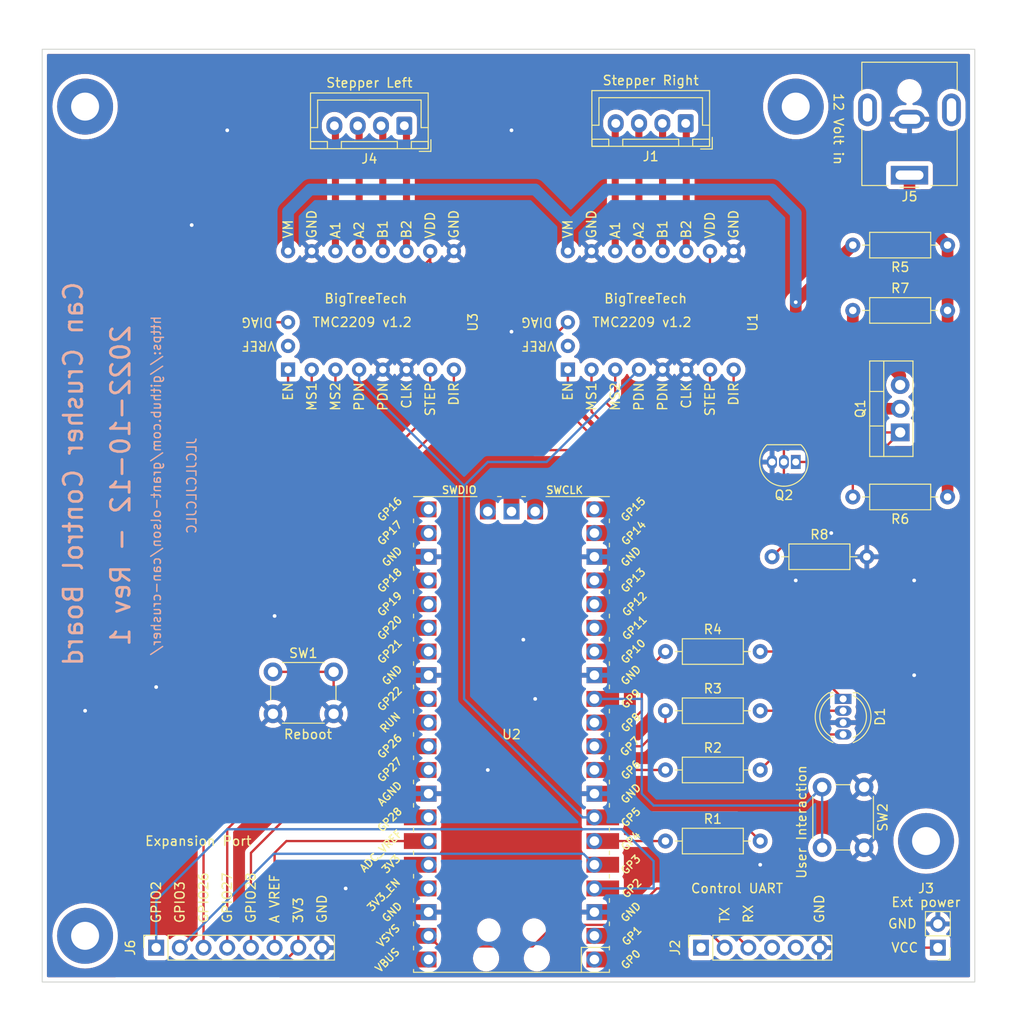
<source format=kicad_pcb>
(kicad_pcb (version 20211014) (generator pcbnew)
  (title_block (title "Can Crusher Control Board") (date "2022-10-12") (rev "1") (company "https://github.com/grant-olson/can-crusher/") (comment 1 "Missing 12 Volt to 3.3 volt buck converter.") (comment 2 "For dev units only."))
  (layers (0 "F.Cu" signal) (31 "B.Cu" signal) (34 "B.Paste" user) (35 "F.Paste" user) (36 "B.SilkS" user "B.Silkscreen") (37 "F.SilkS" user "F.Silkscreen") (38 "B.Mask" user) (39 "F.Mask" user) (44 "Edge.Cuts" user))
  (net 0 "")
  (net 1 "GND")
  (net 2 "Net-(J1-Pad1)")
  (net 3 "Net-(J1-Pad2)")
  (net 4 "Net-(J1-Pad3)")
  (net 5 "Net-(J1-Pad4)")
  (net 7 "Net-(J2-Pad2)")
  (net 8 "Net-(J2-Pad3)")
  (net 11 "VCC")
  (net 12 "Net-(J4-Pad1)")
  (net 13 "Net-(J4-Pad2)")
  (net 14 "Net-(J4-Pad3)")
  (net 15 "Net-(J4-Pad4)")
  (net 16 "+12V")
  (net 17 "Net-(J6-Pad1)")
  (net 18 "Net-(J6-Pad2)")
  (net 19 "Net-(J6-Pad3)")
  (net 20 "Net-(J6-Pad4)")
  (net 21 "Net-(J6-Pad5)")
  (net 22 "Net-(J6-Pad6)")
  (net 23 "+3.3V")
  (net 24 "Net-(D1-Pad1)")
  (net 25 "/12V_ON")
  (net 26 "Net-(Q1-Pad1)")
  (net 27 "Net-(Q2-Pad2)")
  (net 28 "Net-(R1-Pad1)")
  (net 29 "/STEP_TXRX")
  (net 30 "Net-(R2-Pad1)")
  (net 31 "Net-(R3-Pad1)")
  (net 32 "Net-(R4-Pad1)")
  (net 33 "Net-(SW1-Pad1)")
  (net 34 "Net-(SW2-Pad2)")
  (net 35 "Net-(U1-Pad1)")
  (net 36 "Net-(U1-Pad2)")
  (net 37 "Net-(U1-Pad3)")
  (net 38 "Net-(U1-Pad7)")
  (net 39 "Net-(U1-Pad8)")
  (net 40 "Net-(U1-Pad17)")
  (net 42 "Net-(U2-Pad21)")
  (net 43 "Net-(U2-Pad22)")
  (net 44 "Net-(U2-Pad24)")
  (net 45 "Net-(U2-Pad25)")
  (net 46 "Net-(U2-Pad26)")
  (net 47 "Net-(U2-Pad27)")
  (net 54 "Net-(Q1-Pad3)")
  (net 55 "Net-(D1-Pad2)")
  (net 56 "Net-(D1-Pad4)")
  (footprint "MountingHole:MountingHole_3mm_Pad" (layer "F.Cu") (at 191.77 135.89)
    (fp_text reference "REF3")
    (fp_text value "MountingHole_3mm_Pad")
  )
  (footprint "MountingHole:MountingHole_3mm_Pad" (layer "F.Cu") (at 177.8 57.15)
    (fp_text reference "REF2")
    (fp_text value "MountingHole_3mm_Pad")
  )
  (footprint "Package_TO_SOT_THT:TO-220-3_Vertical" (layer "F.Cu") (at 189 92.08 90)
    (fp_text reference "Q1")
    (fp_text value "IRF9540N")
  )
  (footprint "Resistor_THT:R_Axial_DIN0207_L6.3mm_D2.5mm_P10.16mm_Horizontal" (layer "F.Cu") (at 163.83 135.89)
    (fp_text reference "R1")
    (fp_text value "1k")
  )
  (footprint "LED_THT:LED_D5.0mm-4_RGB" (layer "F.Cu") (at 182.88 120.65 -90)
    (fp_text reference "D1")
    (fp_text value "LED_BRKG")
  )
  (footprint "Resistor_THT:R_Axial_DIN0207_L6.3mm_D2.5mm_P10.16mm_Horizontal" (layer "F.Cu") (at 194.08 72 180)
    (fp_text reference "R5")
    (fp_text value "NC")
  )
  (footprint "Connector_JST:JST_XH_B4B-XH-A_1x04_P2.50mm_Vertical" (layer "F.Cu") (at 166 58.945 180)
    (fp_text reference "J1")
    (fp_text value "Stepper Right")
  )
  (footprint "btt_tmc2209:BTT_TMC2209" (layer "F.Cu") (at 173.6825 80.27 90)
    (fp_text reference "U1")
    (fp_text value "BTT_TMC2209")
  )
  (footprint "Resistor_THT:R_Axial_DIN0207_L6.3mm_D2.5mm_P10.16mm_Horizontal" (layer "F.Cu") (at 163.83 115.57)
    (fp_text reference "R4")
    (fp_text value "220")
  )
  (footprint "Package_TO_SOT_THT:TO-92_Inline" (layer "F.Cu") (at 177.8 95.25 180)
    (fp_text reference "Q2")
    (fp_text value "BS170")
  )
  (footprint "Resistor_THT:R_Axial_DIN0207_L6.3mm_D2.5mm_P10.16mm_Horizontal" (layer "F.Cu") (at 163.83 121.92)
    (fp_text reference "R3")
    (fp_text value "220")
  )
  (footprint "Resistor_THT:R_Axial_DIN0207_L6.3mm_D2.5mm_P10.16mm_Horizontal" (layer "F.Cu") (at 183.92 79)
    (fp_text reference "R7")
    (fp_text value "0")
  )
  (footprint "Connector_PinSocket_2.54mm:PinSocket_1x06_P2.54mm_Vertical" (layer "F.Cu") (at 167.64 147.32 90)
    (fp_text reference "J2")
    (fp_text value "Control UART")
  )
  (footprint "MountingHole:MountingHole_3mm_Pad" (layer "F.Cu") (at 101.6 146.05)
    (fp_text reference "REF4")
    (fp_text value "MountingHole_3mm_Pad")
  )
  (footprint "Button_Switch_THT:SW_PUSH_6mm_H4.3mm" (layer "F.Cu") (at 185.13 130.1 -90)
    (fp_text reference "SW2")
    (fp_text value "User Interaction")
  )
  (footprint "Resistor_THT:R_Axial_DIN0207_L6.3mm_D2.5mm_P10.16mm_Horizontal" (layer "F.Cu") (at 163.83 128.27)
    (fp_text reference "R2")
    (fp_text value "220")
  )
  (footprint "Connector_PinSocket_2.54mm:PinSocket_1x08_P2.54mm_Vertical" (layer "F.Cu") (at 109.22 147.32 90)
    (fp_text reference "J6")
    (fp_text value "Expansion Port")
  )
  (footprint "RPi_Pico:RPi_Pico_SMD_TH" (layer "F.Cu") (at 147.32 124.46 180)
    (fp_text reference "U2")
    (fp_text value "Pico")
  )
  (footprint "Connector_BarrelJack:BarrelJack_CUI_PJ-063AH_Horizontal" (layer "F.Cu") (at 190 64.5 180)
    (fp_text reference "J5")
    (fp_text value "Barrel_Jack")
  )
  (footprint "MountingHole:MountingHole_3mm_Pad" (layer "F.Cu") (at 101.6 57.15)
    (fp_text reference "REF1")
    (fp_text value "MountingHole_3mm_Pad")
  )
  (footprint "Resistor_THT:R_Axial_DIN0207_L6.3mm_D2.5mm_P10.16mm_Horizontal" (layer "F.Cu") (at 194.08 99 180)
    (fp_text reference "R6")
    (fp_text value "57.6k")
  )
  (footprint "Connector_JST:JST_XH_B4B-XH-A_1x04_P2.50mm_Vertical" (layer "F.Cu") (at 135.83 59.199 180)
    (fp_text reference "J4")
    (fp_text value "Stepper Left")
  )
  (footprint "btt_tmc2209:BTT_TMC2209" (layer "F.Cu") (at 143.6825 80.27 90)
    (fp_text reference "U3")
    (fp_text value "BTT_TMC2209")
  )
  (footprint "Button_Switch_THT:SW_PUSH_6mm_H4.3mm" (layer "F.Cu") (at 121.75 117.75)
    (fp_text reference "SW1")
    (fp_text value "Reboot")
  )
  (footprint "Connector_PinHeader_2.54mm:PinHeader_1x02_P2.54mm_Vertical" (layer "F.Cu") (at 193.04 147.32 180)
    (fp_text reference "J3")
    (fp_text value "Ext power")
  )
  (footprint "Resistor_THT:R_Axial_DIN0207_L6.3mm_D2.5mm_P10.16mm_Horizontal" (layer "F.Cu") (at 175.26 105.41)
    (fp_text reference "R8")
    (fp_text value "57.6k")
  )
  (gr_rect (start 97 51) (end 197 151) (layer "Edge.Cuts") (width 0.1) (fill none))
  (gr_text "JLCJLCJLCJLC" (at 113.03 97.79 90) (layer "B.SilkS") (effects (font (size 1 1)) (justify mirror)))
  (gr_text "${COMPANY}\n" (at 109.22 97.79 90) (layer "B.SilkS") (effects (font (size 1 1)) (justify mirror)))
  (gr_text "${TITLE}\n" (at 100.33 96.52 90) (layer "B.SilkS") (effects (font (size 2 2) (thickness 0.3)) (justify mirror)))
  (gr_text "${ISSUE_DATE} - Rev ${REVISION}" (at 105.41 97.79 90) (layer "B.SilkS") (effects (font (size 2 2) (thickness 0.3)) (justify mirror)))
  (via (at 129.54 140.97) (size 0.8) (drill 0.4) (layers "F.Cu" "B.Cu") (net 1))
  (via (at 101.6 121.92) (size 0.8) (drill 0.4) (layers "F.Cu" "B.Cu") (net 1))
  (via (at 148.59 114.3) (size 0.8) (drill 0.4) (layers "F.Cu" "B.Cu") (net 1))
  (via (at 147.32 59.69) (size 0.8) (drill 0.4) (layers "F.Cu" "B.Cu") (net 1))
  (via (at 121.92 111.76) (size 0.8) (drill 0.4) (layers "F.Cu" "B.Cu") (net 1))
  (via (at 144.78 128.27) (size 0.8) (drill 0.4) (layers "F.Cu" "B.Cu") (net 1))
  (via (at 173.99 138.43) (size 0.8) (drill 0.4) (layers "F.Cu" "B.Cu") (net 1))
  (via (at 149.86 120.65) (size 0.8) (drill 0.4) (layers "F.Cu" "B.Cu") (net 1))
  (via (at 181.61 102.87) (size 0.8) (drill 0.4) (layers "F.Cu" "B.Cu") (net 1))
  (via (at 190.5 118.11) (size 0.8) (drill 0.4) (layers "F.Cu" "B.Cu") (net 1))
  (via (at 116.84 59.69) (size 0.8) (drill 0.4) (layers "F.Cu" "B.Cu") (net 1))
  (via (at 190.5 107.95) (size 0.8) (drill 0.4) (layers "F.Cu" "B.Cu") (net 1))
  (via (at 109.22 119.38) (size 0.8) (drill 0.4) (layers "F.Cu" "B.Cu") (net 1))
  (via (at 147.32 81.28) (size 0.8) (drill 0.4) (layers "F.Cu" "B.Cu") (net 1))
  (via (at 177.8 107.95) (size 0.8) (drill 0.4) (layers "F.Cu" "B.Cu") (net 1))
  (via (at 113.03 69.85) (size 0.8) (drill 0.4) (layers "F.Cu" "B.Cu") (net 1))
  (segment (start 166.0625 72.65) (end 166.0625 59.0075) (width 0.76) (layer "F.Cu") (net 2))
  (segment (start 163.5225 72.65) (end 163.5225 58.9675) (width 0.76) (layer "F.Cu") (net 3))
  (segment (start 163.5225 58.9675) (end 163.5 58.945) (width 0.25) (layer "F.Cu") (net 3))
  (segment (start 160.9825 72.65) (end 160.9825 58.9625) (width 0.76) (layer "F.Cu") (net 4))
  (segment (start 158.4425 72.65) (end 158.4425 59.0025) (width 0.76) (layer "F.Cu") (net 5))
  (segment (start 158.4425 59.0025) (end 158.5 58.945) (width 0.25) (layer "F.Cu") (net 5))
  (segment (start 161.29 148.59) (end 165.1 144.78) (width 0.25) (layer "F.Cu") (net 7))
  (segment (start 165.1 144.78) (end 167.64 144.78) (width 0.25) (layer "F.Cu") (net 7))
  (segment (start 156.21 148.59) (end 161.29 148.59) (width 0.25) (layer "F.Cu") (net 7))
  (segment (start 167.64 144.78) (end 170.18 147.32) (width 0.25) (layer "F.Cu") (net 7))
  (segment (start 167.64 142.24) (end 172.72 147.32) (width 0.25) (layer "F.Cu") (net 8))
  (segment (start 161.29 146.05) (end 165.1 142.24) (width 0.25) (layer "F.Cu") (net 8))
  (segment (start 165.1 142.24) (end 167.64 142.24) (width 0.25) (layer "F.Cu") (net 8))
  (segment (start 156.21 146.05) (end 161.29 146.05) (width 0.25) (layer "F.Cu") (net 8))
  (segment (start 149.580993 147.184999) (end 139.564999 147.184999) (width 0.25) (layer "F.Cu") (net 11))
  (segment (start 182.88 140.97) (end 162.9 140.97) (width 0.25) (layer "F.Cu") (net 11))
  (segment (start 193.04 147.32) (end 189.23 147.32) (width 0.25) (layer "F.Cu") (net 11))
  (segment (start 139.564999 147.184999) (end 138.43 146.05) (width 0.25) (layer "F.Cu") (net 11))
  (segment (start 189.23 147.32) (end 182.88 140.97) (width 0.25) (layer "F.Cu") (net 11))
  (segment (start 151.890992 144.875) (end 149.580993 147.184999) (width 0.25) (layer "F.Cu") (net 11))
  (segment (start 158.995 144.875) (end 151.890992 144.875) (width 0.25) (layer "F.Cu") (net 11))
  (segment (start 162.9 140.97) (end 158.995 144.875) (width 0.25) (layer "F.Cu") (net 11))
  (segment (start 136.0625 72.65) (end 136.0625 59.4315) (width 0.76) (layer "F.Cu") (net 12))
  (segment (start 133.5225 59.3915) (end 133.33 59.199) (width 0.25) (layer "F.Cu") (net 13))
  (segment (start 133.5225 72.65) (end 133.5225 59.3915) (width 0.76) (layer "F.Cu") (net 13))
  (segment (start 130.9825 72.65) (end 130.9825 59.3515) (width 0.76) (layer "F.Cu") (net 14))
  (segment (start 128.4425 59.3115) (end 128.33 59.199) (width 0.25) (layer "F.Cu") (net 15))
  (segment (start 128.4425 72.65) (end 128.4425 59.3115) (width 0.76) (layer "F.Cu") (net 15))
  (segment (start 194.08 72) (end 194.08 79) (width 1.25) (layer "F.Cu") (net 16))
  (segment (start 190 67.92) (end 194.08 72) (width 1.25) (layer "F.Cu") (net 16))
  (segment (start 194.08 79) (end 194.08 99) (width 1.25) (layer "F.Cu") (net 16))
  (segment (start 190 64.5) (end 190 67.92) (width 1.25) (layer "F.Cu") (net 16))
  (segment (start 162.56 138.038299) (end 159.141701 134.62) (width 0.25) (layer "B.Cu") (net 17))
  (segment (start 116.84 134.62) (end 109.22 142.24) (width 0.25) (layer "B.Cu") (net 17))
  (segment (start 109.22 142.24) (end 109.22 147.32) (width 0.25) (layer "B.Cu") (net 17))
  (segment (start 162.56 140.97) (end 162.56 138.038299) (width 0.25) (layer "B.Cu") (net 17))
  (segment (start 159.141701 134.62) (end 116.84 134.62) (width 0.25) (layer "B.Cu") (net 17))
  (segment (start 156.21 140.97) (end 162.56 140.97) (width 0.25) (layer "B.Cu") (net 17))
  (segment (start 121.825 137.255) (end 111.76 147.32) (width 0.25) (layer "B.Cu") (net 18))
  (segment (start 156.21 138.43) (end 155.035 137.255) (width 0.25) (layer "B.Cu") (net 18))
  (segment (start 155.035 137.255) (end 121.825 137.255) (width 0.25) (layer "B.Cu") (net 18))
  (segment (start 123.19 125.73) (end 114.3 134.62) (width 0.25) (layer "F.Cu") (net 19))
  (segment (start 114.3 134.62) (end 114.3 147.32) (width 0.25) (layer "F.Cu") (net 19))
  (segment (start 138.43 125.73) (end 123.19 125.73) (width 0.25) (layer "F.Cu") (net 19))
  (segment (start 116.84 134.62) (end 116.84 147.32) (width 0.25) (layer "F.Cu") (net 20))
  (segment (start 138.43 128.27) (end 123.19 128.27) (width 0.25) (layer "F.Cu") (net 20))
  (segment (start 123.19 128.27) (end 116.84 134.62) (width 0.25) (layer "F.Cu") (net 20))
  (segment (start 123.19 133.35) (end 119.38 137.16) (width 0.25) (layer "F.Cu") (net 21))
  (segment (start 138.43 133.35) (end 123.19 133.35) (width 0.25) (layer "F.Cu") (net 21))
  (segment (start 119.38 137.16) (end 119.38 147.32) (width 0.25) (layer "F.Cu") (net 21))
  (segment (start 121.92 137.16) (end 121.92 147.32) (width 0.25) (layer "F.Cu") (net 22))
  (segment (start 138.43 135.89) (end 123.19 135.89) (width 0.25) (layer "F.Cu") (net 22))
  (segment (start 123.19 135.89) (end 121.92 137.16) (width 0.25) (layer "F.Cu") (net 22))
  (segment (start 105.41 149.86) (end 105.41 132.08) (width 0.25) (layer "F.Cu") (net 23))
  (segment (start 137.16 74.93) (end 138.6025 73.4875) (width 0.25) (layer "F.Cu") (net 23))
  (segment (start 138.6025 73.8325) (end 138.6025 72.65) (width 0.25) (layer "F.Cu") (net 23))
  (segment (start 121.92 149.86) (end 105.41 149.86) (width 0.25) (layer "F.Cu") (net 23))
  (segment (start 168.6025 73.9675) (end 167.64 74.93) (width 0.25) (layer "F.Cu") (net 23))
  (segment (start 167.64 74.93) (end 139.7 74.93) (width 0.25) (layer "F.Cu") (net 23))
  (segment (start 105.41 132.08) (end 114.3 123.19) (width 0.25) (layer "F.Cu") (net 23))
  (segment (start 119.38 74.93) (end 137.16 74.93) (width 0.25) (layer "F.Cu") (net 23))
  (segment (start 138.6025 73.4875) (end 138.6025 72.65) (width 0.25) (layer "F.Cu") (net 23))
  (segment (start 139.7 74.93) (end 138.6025 73.8325) (width 0.25) (layer "F.Cu") (net 23))
  (segment (start 124.46 138.43) (end 124.46 147.32) (width 0.25) (layer "F.Cu") (net 23))
  (segment (start 114.3 80.01) (end 119.38 74.93) (width 0.25) (layer "F.Cu") (net 23))
  (segment (start 138.43 138.43) (end 124.46 138.43) (width 0.25) (layer "F.Cu") (net 23))
  (segment (start 168.6025 72.65) (end 168.6025 73.9675) (width 0.25) (layer "F.Cu") (net 23))
  (segment (start 114.3 123.19) (end 114.3 80.01) (width 0.25) (layer "F.Cu") (net 23))
  (segment (start 124.46 147.32) (end 121.92 149.86) (width 0.25) (layer "F.Cu") (net 23))
  (segment (start 173.99 115.57) (end 177.8 115.57) (width 0.25) (layer "F.Cu") (net 24))
  (segment (start 177.8 115.57) (end 182.88 120.65) (width 0.25) (layer "F.Cu") (net 24))
  (segment (start 177.8 86.36) (end 177.8 78.12) (width 1.25) (layer "F.Cu") (net 25))
  (segment (start 183.92 72) (end 177.92 78) (width 1.25) (layer "F.Cu") (net 25))
  (segment (start 189 89.54) (end 180.98 89.54) (width 1.25) (layer "F.Cu") (net 25))
  (segment (start 180.98 89.54) (end 177.8 86.36) (width 1.25) (layer "F.Cu") (net 25))
  (segment (start 177.8 78.12) (end 177.92 78) (width 1.25) (layer "F.Cu") (net 25))
  (via (at 177.8 78.12) (size 0.8) (drill 0.4) (layers "F.Cu" "B.Cu") (net 25))
  (segment (start 123.3625 72.65) (end 123.3625 68.4075) (width 1.25) (layer "B.Cu") (net 25))
  (segment (start 153.3625 69.5425) (end 153.3625 72.65) (width 1.25) (layer "B.Cu") (net 25))
  (segment (start 123.3625 68.4075) (end 125.73 66.04) (width 1.25) (layer "B.Cu") (net 25))
  (segment (start 177.8 68.58) (end 175.26 66.04) (width 1.25) (layer "B.Cu") (net 25))
  (segment (start 175.26 66.04) (end 157.48 66.04) (width 1.25) (layer "B.Cu") (net 25))
  (segment (start 153.3625 70.1575) (end 153.3625 72.65) (width 1.25) (layer "B.Cu") (net 25))
  (segment (start 157.48 66.04) (end 153.3625 70.1575) (width 1.25) (layer "B.Cu") (net 25))
  (segment (start 149.86 66.04) (end 153.3625 69.5425) (width 1.25) (layer "B.Cu") (net 25))
  (segment (start 177.8 68.58) (end 177.8 78.12) (width 1.25) (layer "B.Cu") (net 25))
  (segment (start 125.73 66.04) (end 149.86 66.04) (width 1.25) (layer "B.Cu") (net 25))
  (segment (start 183.92 99) (end 183.92 97.16) (width 0.25) (layer "F.Cu") (net 26))
  (segment (start 181.61 95.25) (end 184.78 92.08) (width 0.25) (layer "F.Cu") (net 26))
  (segment (start 177.8 95.25) (end 181.61 95.25) (width 0.25) (layer "F.Cu") (net 26))
  (segment (start 183.92 97.16) (end 189 92.08) (width 0.25) (layer "F.Cu") (net 26))
  (segment (start 184.78 92.08) (end 189 92.08) (width 0.25) (layer "F.Cu") (net 26))
  (segment (start 176.53 95.25) (end 176.53 104.14) (width 0.25) (layer "F.Cu") (net 27))
  (segment (start 116.84 101.6) (end 116.84 80.01) (width 0.25) (layer "F.Cu") (net 27))
  (segment (start 175.26 80.01) (end 175.26 88.9) (width 0.25) (layer "F.Cu") (net 27))
  (segment (start 133.35 120.65) (end 130.81 118.11) (width 0.25) (layer "F.Cu") (net 27))
  (segment (start 171.45 76.2) (end 175.26 80.01) (width 0.25) (layer "F.Cu") (net 27))
  (segment (start 175.26 88.9) (end 176.53 90.17) (width 0.25) (layer "F.Cu") (net 27))
  (segment (start 120.65 76.2) (end 171.45 76.2) (width 0.25) (layer "F.Cu") (net 27))
  (segment (start 176.53 90.17) (end 176.53 95.25) (width 0.25) (layer "F.Cu") (net 27))
  (segment (start 138.43 120.65) (end 133.35 120.65) (width 0.25) (layer "F.Cu") (net 27))
  (segment (start 176.53 104.14) (end 175.26 105.41) (width 0.25) (layer "F.Cu") (net 27))
  (segment (start 130.81 115.57) (end 116.84 101.6) (width 0.25) (layer "F.Cu") (net 27))
  (segment (start 116.84 80.01) (end 120.65 76.2) (width 0.25) (layer "F.Cu") (net 27))
  (segment (start 130.81 118.11) (end 130.81 115.57) (width 0.25) (layer "F.Cu") (net 27))
  (segment (start 156.21 135.89) (end 163.83 135.89) (width 0.25) (layer "F.Cu") (net 28))
  (segment (start 171.45 133.35) (end 173.99 135.89) (width 0.25) (layer "F.Cu") (net 29))
  (segment (start 156.21 133.35) (end 171.45 133.35) (width 0.25) (layer "F.Cu") (net 29))
  (segment (start 142.24 97.79) (end 142.24 120.65) (width 0.25) (layer "B.Cu") (net 29))
  (segment (start 160.9825 85.35) (end 151.0825 95.25) (width 0.25) (layer "B.Cu") (net 29))
  (segment (start 142.24 120.65) (end 154.94 133.35) (width 0.25) (layer "B.Cu") (net 29))
  (segment (start 130.9825 86.5325) (end 142.24 97.79) (width 0.25) (layer "B.Cu") (net 29))
  (segment (start 130.9825 85.35) (end 130.9825 86.5325) (width 0.25) (layer "B.Cu") (net 29))
  (segment (start 151.0825 95.25) (end 144.78 95.25) (width 0.25) (layer "B.Cu") (net 29))
  (segment (start 154.94 133.35) (end 156.21 133.35) (width 0.25) (layer "B.Cu") (net 29))
  (segment (start 144.78 95.25) (end 142.24 97.79) (width 0.25) (layer "B.Cu") (net 29))
  (segment (start 156.21 128.27) (end 163.83 128.27) (width 0.25) (layer "F.Cu") (net 30))
  (segment (start 163.83 123.19) (end 163.83 121.92) (width 0.25) (layer "F.Cu") (net 31))
  (segment (start 161.29 125.73) (end 163.83 123.19) (width 0.25) (layer "F.Cu") (net 31))
  (segment (start 156.21 125.73) (end 161.29 125.73) (width 0.25) (layer "F.Cu") (net 31))
  (segment (start 156.21 123.19) (end 160.02 123.19) (width 0.25) (layer "F.Cu") (net 32))
  (segment (start 161.29 118.11) (end 163.83 115.57) (width 0.25) (layer "F.Cu") (net 32))
  (segment (start 161.29 121.92) (end 161.29 118.11) (width 0.25) (layer "F.Cu") (net 32))
  (segment (start 160.02 123.19) (end 161.29 121.92) (width 0.25) (layer "F.Cu") (net 32))
  (segment (start 138.43 123.19) (end 132.19 123.19) (width 0.25) (layer "F.Cu") (net 33))
  (segment (start 132.19 123.19) (end 128.25 119.25) (width 0.25) (layer "F.Cu") (net 33))
  (segment (start 128.25 119.25) (end 128.25 117.75) (width 0.25) (layer "F.Cu") (net 33))
  (segment (start 128.25 117.75) (end 121.75 117.75) (width 0.25) (layer "F.Cu") (net 33))
  (segment (start 161.29 120.65) (end 161.29 130.81) (width 0.25) (layer "B.Cu") (net 34))
  (segment (start 162.56 132.08) (end 178.65 132.08) (width 0.25) (layer "B.Cu") (net 34))
  (segment (start 178.65 132.08) (end 180.63 130.1) (width 0.25) (layer "B.Cu") (net 34))
  (segment (start 161.29 130.81) (end 162.56 132.08) (width 0.25) (layer "B.Cu") (net 34))
  (segment (start 156.21 120.65) (end 161.29 120.65) (width 0.25) (layer "B.Cu") (net 34))
  (segment (start 180.63 130.1) (end 180.63 136.6) (width 0.25) (layer "B.Cu") (net 34))
  (segment (start 156.21 102.87) (end 158.75 102.87) (width 0.25) (layer "F.Cu") (net 35))
  (segment (start 158.75 102.87) (end 162.56 99.06) (width 0.25) (layer "F.Cu") (net 35))
  (segment (start 153.3625 89.8625) (end 153.3625 85.35) (width 0.25) (layer "F.Cu") (net 35))
  (segment (start 162.56 99.06) (end 153.3625 89.8625) (width 0.25) (layer "F.Cu") (net 35))
  (segment (start 156.21 107.95) (end 161.29 107.95) (width 0.25) (layer "F.Cu") (net 36))
  (segment (start 155.9025 89.8625) (end 155.9025 85.35) (width 0.25) (layer "F.Cu") (net 36))
  (segment (start 161.29 107.95) (end 165.1 104.14) (width 0.25) (layer "F.Cu") (net 36))
  (segment (start 165.1 104.14) (end 165.1 99.06) (width 0.25) (layer "F.Cu") (net 36))
  (segment (start 165.1 99.06) (end 155.9025 89.8625) (width 0.25) (layer "F.Cu") (net 36))
  (segment (start 161.29 110.49) (end 167.64 104.14) (width 0.25) (layer "F.Cu") (net 37))
  (segment (start 167.64 104.14) (end 167.64 99.06) (width 0.25) (layer "F.Cu") (net 37))
  (segment (start 156.21 110.49) (end 161.29 110.49) (width 0.25) (layer "F.Cu") (net 37))
  (segment (start 167.64 99.06) (end 157.48 88.9) (width 0.25) (layer "F.Cu") (net 37))
  (segment (start 157.48 88.9) (end 158.4425 87.9375) (width 0.25) (layer "F.Cu") (net 37))
  (segment (start 158.4425 87.9375) (end 158.4425 85.35) (width 0.25) (layer "F.Cu") (net 37))
  (segment (start 156.21 113.03) (end 161.29 113.03) (width 0.25) (layer "F.Cu") (net 38))
  (segment (start 161.29 113.03) (end 170.18 104.14) (width 0.25) (layer "F.Cu") (net 38))
  (segment (start 170.18 104.14) (end 168.6025 102.5625) (width 0.25) (layer "F.Cu") (net 38))
  (segment (start 168.6025 102.5625) (end 168.6025 85.35) (width 0.25) (layer "F.Cu") (net 38))
  (segment (start 171.1425 105.7175) (end 171.1425 85.35) (width 0.25) (layer "F.Cu") (net 39))
  (segment (start 156.21 115.57) (end 161.29 115.57) (width 0.25) (layer "F.Cu") (net 39))
  (segment (start 161.29 115.57) (end 171.1425 105.7175) (width 0.25) (layer "F.Cu") (net 39))
  (segment (start 149.86 83.7725) (end 153.3625 80.27) (width 0.25) (layer "F.Cu") (net 40))
  (segment (start 158.75 100.33) (end 160.02 99.06) (width 0.25) (layer "F.Cu") (net 40))
  (segment (start 154.94 93.98) (end 149.86 93.98) (width 0.25) (layer "F.Cu") (net 40))
  (segment (start 160.02 99.06) (end 154.94 93.98) (width 0.25) (layer "F.Cu") (net 40))
  (segment (start 156.21 100.33) (end 158.75 100.33) (width 0.25) (layer "F.Cu") (net 40))
  (segment (start 149.86 93.98) (end 149.86 83.7725) (width 0.25) (layer "F.Cu") (net 40))
  (segment (start 141.1425 89.9975) (end 141.1425 85.35) (width 0.25) (layer "F.Cu") (net 42))
  (segment (start 133.35 100.33) (end 132.08 99.06) (width 0.25) (layer "F.Cu") (net 42))
  (segment (start 132.08 99.06) (end 141.1425 89.9975) (width 0.25) (layer "F.Cu") (net 42))
  (segment (start 138.43 100.33) (end 133.35 100.33) (width 0.25) (layer "F.Cu") (net 42))
  (segment (start 138.43 102.87) (end 133.35 102.87) (width 0.25) (layer "F.Cu") (net 43))
  (segment (start 129.54 99.06) (end 138.6025 89.9975) (width 0.25) (layer "F.Cu") (net 43))
  (segment (start 138.6025 89.9975) (end 138.6025 85.35) (width 0.25) (layer "F.Cu") (net 43))
  (segment (start 133.35 102.87) (end 129.54 99.06) (width 0.25) (layer "F.Cu") (net 43))
  (segment (start 133.35 107.95) (end 128.4425 103.0425) (width 0.25) (layer "F.Cu") (net 44))
  (segment (start 128.4425 103.0425) (end 128.4425 85.35) (width 0.25) (layer "F.Cu") (net 44))
  (segment (start 138.43 107.95) (end 133.35 107.95) (width 0.25) (layer "F.Cu") (net 44))
  (segment (start 138.43 110.49) (end 133.35 110.49) (width 0.25) (layer "F.Cu") (net 45))
  (segment (start 125.9025 103.0425) (end 125.9025 85.35) (width 0.25) (layer "F.Cu") (net 45))
  (segment (start 133.35 110.49) (end 125.9025 103.0425) (width 0.25) (layer "F.Cu") (net 45))
  (segment (start 133.35 113.03) (end 123.3625 103.0425) (width 0.25) (layer "F.Cu") (net 46))
  (segment (start 123.3625 103.0425) (end 123.3625 85.35) (width 0.25) (layer "F.Cu") (net 46))
  (segment (start 138.43 113.03) (end 133.35 113.03) (width 0.25) (layer "F.Cu") (net 46))
  (segment (start 123.3625 80.27) (end 120.27 80.27) (width 0.25) (layer "F.Cu") (net 47))
  (segment (start 134 116) (end 138 116) (width 0.25) (layer "F.Cu") (net 47))
  (segment (start 120.27 80.27) (end 120 80) (width 0.25) (layer "F.Cu") (net 47))
  (segment (start 138 116) (end 138.43 115.57) (width 0.25) (layer "F.Cu") (net 47))
  (segment (start 120 102) (end 134 116) (width 0.25) (layer "F.Cu") (net 47))
  (segment (start 120 80) (end 120 102) (width 0.25) (layer "F.Cu") (net 47))
  (segment (start 183.92 80.92) (end 189 86) (width 1.25) (layer "F.Cu") (net 54))
  (segment (start 189 86) (end 189 87) (width 1.25) (layer "F.Cu") (net 54))
  (segment (start 183.92 79) (end 183.92 80.92) (width 1.25) (layer "F.Cu") (net 54))
  (segment (start 173.99 121.92) (end 182.88 121.92) (width 0.25) (layer "F.Cu") (net 55))
  (segment (start 177.8 124.46) (end 182.88 124.46) (width 0.25) (layer "F.Cu") (net 56))
  (segment (start 173.99 128.27) (end 177.8 124.46) (width 0.25) (layer "F.Cu") (net 56))
  (zone (net 1) (net_name "GND") (layer "F.Cu") (connect_pads (clearance 0.508)) (min_thickness 0.254) (fill yes (thermal_gap 0.508) (thermal_bridge_width 0.508))
    (polygon (pts (xy 200.74 154.94) (xy 93.28 154.94) (xy 93.28 45.72) (xy 200.74 45.72)))
  )
  (zone (net 1) (net_name "GND") (layer "B.Cu") (connect_pads (clearance 0.508)) (min_thickness 0.254) (fill yes (thermal_gap 0.508) (thermal_bridge_width 0.508))
    (polygon (pts (xy 200.74 154.94) (xy 93.28 154.94) (xy 93.28 45.72) (xy 200.74 45.72)))
  )
)
</source>
